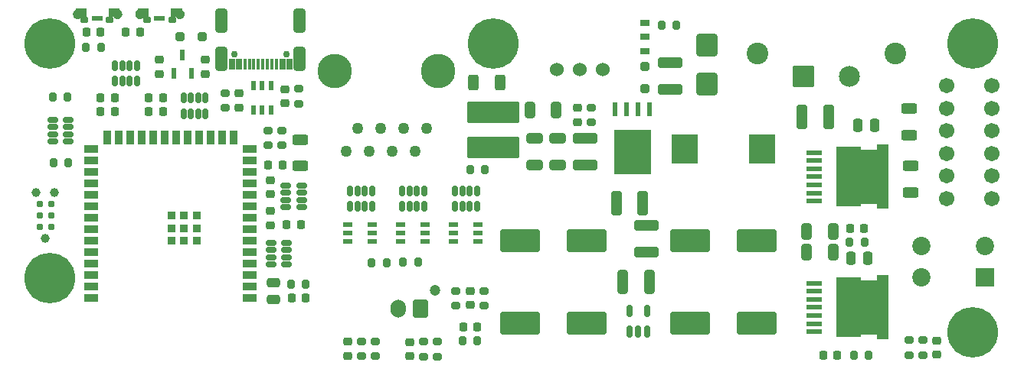
<source format=gbr>
%TF.GenerationSoftware,KiCad,Pcbnew,7.0.10*%
%TF.CreationDate,2025-02-04T14:48:45+01:00*%
%TF.ProjectId,BugWiperPCB,42756757-6970-4657-9250-43422e6b6963,rev?*%
%TF.SameCoordinates,Original*%
%TF.FileFunction,Soldermask,Top*%
%TF.FilePolarity,Negative*%
%FSLAX46Y46*%
G04 Gerber Fmt 4.6, Leading zero omitted, Abs format (unit mm)*
G04 Created by KiCad (PCBNEW 7.0.10) date 2025-02-04 14:48:45*
%MOMM*%
%LPD*%
G01*
G04 APERTURE LIST*
G04 Aperture macros list*
%AMRoundRect*
0 Rectangle with rounded corners*
0 $1 Rounding radius*
0 $2 $3 $4 $5 $6 $7 $8 $9 X,Y pos of 4 corners*
0 Add a 4 corners polygon primitive as box body*
4,1,4,$2,$3,$4,$5,$6,$7,$8,$9,$2,$3,0*
0 Add four circle primitives for the rounded corners*
1,1,$1+$1,$2,$3*
1,1,$1+$1,$4,$5*
1,1,$1+$1,$6,$7*
1,1,$1+$1,$8,$9*
0 Add four rect primitives between the rounded corners*
20,1,$1+$1,$2,$3,$4,$5,0*
20,1,$1+$1,$4,$5,$6,$7,0*
20,1,$1+$1,$6,$7,$8,$9,0*
20,1,$1+$1,$8,$9,$2,$3,0*%
G04 Aperture macros list end*
%ADD10C,0.010000*%
%ADD11RoundRect,0.225000X-0.225000X-0.250000X0.225000X-0.250000X0.225000X0.250000X-0.225000X0.250000X0*%
%ADD12RoundRect,0.225000X0.250000X-0.225000X0.250000X0.225000X-0.250000X0.225000X-0.250000X-0.225000X0*%
%ADD13RoundRect,0.200000X0.275000X-0.200000X0.275000X0.200000X-0.275000X0.200000X-0.275000X-0.200000X0*%
%ADD14RoundRect,0.200000X-0.200000X-0.275000X0.200000X-0.275000X0.200000X0.275000X-0.200000X0.275000X0*%
%ADD15RoundRect,0.200000X-0.275000X0.200000X-0.275000X-0.200000X0.275000X-0.200000X0.275000X0.200000X0*%
%ADD16R,1.003300X0.558800*%
%ADD17RoundRect,0.250000X-0.900000X1.000000X-0.900000X-1.000000X0.900000X-1.000000X0.900000X1.000000X0*%
%ADD18RoundRect,0.250000X-0.625000X0.312500X-0.625000X-0.312500X0.625000X-0.312500X0.625000X0.312500X0*%
%ADD19RoundRect,0.250000X-0.650000X0.325000X-0.650000X-0.325000X0.650000X-0.325000X0.650000X0.325000X0*%
%ADD20RoundRect,0.250000X-0.325000X-1.100000X0.325000X-1.100000X0.325000X1.100000X-0.325000X1.100000X0*%
%ADD21RoundRect,0.250000X-0.250000X-0.250000X0.250000X-0.250000X0.250000X0.250000X-0.250000X0.250000X0*%
%ADD22C,5.600000*%
%ADD23RoundRect,0.150000X0.150000X-0.512500X0.150000X0.512500X-0.150000X0.512500X-0.150000X-0.512500X0*%
%ADD24C,1.701800*%
%ADD25R,2.025000X2.025000*%
%ADD26C,2.025000*%
%ADD27RoundRect,0.200000X0.200000X0.275000X-0.200000X0.275000X-0.200000X-0.275000X0.200000X-0.275000X0*%
%ADD28RoundRect,0.225000X-0.250000X0.225000X-0.250000X-0.225000X0.250000X-0.225000X0.250000X0.225000X0*%
%ADD29RoundRect,0.250000X0.625000X-0.312500X0.625000X0.312500X-0.625000X0.312500X-0.625000X-0.312500X0*%
%ADD30RoundRect,0.102000X2.750000X-1.075000X2.750000X1.075000X-2.750000X1.075000X-2.750000X-1.075000X0*%
%ADD31RoundRect,0.225000X0.225000X0.250000X-0.225000X0.250000X-0.225000X-0.250000X0.225000X-0.250000X0*%
%ADD32RoundRect,0.250000X-0.312500X-1.075000X0.312500X-1.075000X0.312500X1.075000X-0.312500X1.075000X0*%
%ADD33RoundRect,0.250000X1.950000X1.000000X-1.950000X1.000000X-1.950000X-1.000000X1.950000X-1.000000X0*%
%ADD34C,0.990600*%
%ADD35C,0.787400*%
%ADD36R,1.500000X0.900000*%
%ADD37R,0.900000X1.500000*%
%ADD38R,0.900000X0.900000*%
%ADD39C,1.270000*%
%ADD40C,3.810000*%
%ADD41RoundRect,0.250000X0.250000X0.475000X-0.250000X0.475000X-0.250000X-0.475000X0.250000X-0.475000X0*%
%ADD42R,1.750000X0.500000*%
%ADD43RoundRect,0.250000X-1.100000X0.325000X-1.100000X-0.325000X1.100000X-0.325000X1.100000X0.325000X0*%
%ADD44RoundRect,0.250000X-0.325000X-0.650000X0.325000X-0.650000X0.325000X0.650000X-0.325000X0.650000X0*%
%ADD45RoundRect,0.250000X-0.312500X-0.625000X0.312500X-0.625000X0.312500X0.625000X-0.312500X0.625000X0*%
%ADD46R,0.558800X1.168400*%
%ADD47RoundRect,0.158500X-0.158500X0.443500X-0.158500X-0.443500X0.158500X-0.443500X0.158500X0.443500X0*%
%ADD48RoundRect,0.250000X1.100000X-0.325000X1.100000X0.325000X-1.100000X0.325000X-1.100000X-0.325000X0*%
%ADD49R,2.921000X3.251200*%
%ADD50C,0.750000*%
%ADD51RoundRect,0.050000X0.300000X0.550000X-0.300000X0.550000X-0.300000X-0.550000X0.300000X-0.550000X0*%
%ADD52RoundRect,0.050000X0.150000X0.575000X-0.150000X0.575000X-0.150000X-0.575000X0.150000X-0.575000X0*%
%ADD53O,1.204000X2.304000*%
%ADD54RoundRect,0.325000X-0.325000X1.025000X-0.325000X-1.025000X0.325000X-1.025000X0.325000X1.025000X0*%
%ADD55O,1.204000X2.004000*%
%ADD56R,0.558800X1.003300*%
%ADD57RoundRect,0.250000X0.475000X-0.250000X0.475000X0.250000X-0.475000X0.250000X-0.475000X-0.250000X0*%
%ADD58RoundRect,0.158500X0.158500X-0.443500X0.158500X0.443500X-0.158500X0.443500X-0.158500X-0.443500X0*%
%ADD59RoundRect,0.158500X0.443500X0.158500X-0.443500X0.158500X-0.443500X-0.158500X0.443500X-0.158500X0*%
%ADD60RoundRect,0.250000X0.325000X0.650000X-0.325000X0.650000X-0.325000X-0.650000X0.325000X-0.650000X0*%
%ADD61RoundRect,0.250000X-0.250000X0.250000X-0.250000X-0.250000X0.250000X-0.250000X0.250000X0.250000X0*%
%ADD62RoundRect,0.158500X-0.443500X-0.158500X0.443500X-0.158500X0.443500X0.158500X-0.443500X0.158500X0*%
%ADD63C,2.400000*%
%ADD64RoundRect,0.102000X1.050000X1.050000X-1.050000X1.050000X-1.050000X-1.050000X1.050000X-1.050000X0*%
%ADD65C,2.304000*%
%ADD66R,1.000000X0.800000*%
%ADD67C,3.600000*%
%ADD68C,1.200000*%
%ADD69RoundRect,0.250000X0.600000X0.750000X-0.600000X0.750000X-0.600000X-0.750000X0.600000X-0.750000X0*%
%ADD70O,1.700000X2.000000*%
%ADD71R,0.533400X1.524000*%
%ADD72R,4.114800X4.902200*%
%ADD73C,1.524000*%
%ADD74RoundRect,0.102000X0.300000X0.200000X-0.300000X0.200000X-0.300000X-0.200000X0.300000X-0.200000X0*%
%ADD75RoundRect,0.102000X0.500000X0.175000X-0.500000X0.175000X-0.500000X-0.175000X0.500000X-0.175000X0*%
%ADD76C,0.954000*%
%ADD77R,0.950000X0.640000*%
G04 APERTURE END LIST*
%TO.C,U2*%
G36*
X206730500Y-96768000D02*
G01*
X205480500Y-96768000D01*
X205480500Y-96218000D01*
X203630500Y-96218000D01*
X203630500Y-96518000D01*
X200930500Y-96518000D01*
X200930500Y-89918000D01*
X203630500Y-89918000D01*
X203630500Y-90218000D01*
X205480500Y-90218000D01*
X205480500Y-89668000D01*
X206730500Y-89668000D01*
X206730500Y-96768000D01*
G37*
%TO.C,U3*%
G36*
X206730500Y-82290000D02*
G01*
X205480500Y-82290000D01*
X205480500Y-81740000D01*
X203630500Y-81740000D01*
X203630500Y-82040000D01*
X200930500Y-82040000D01*
X200930500Y-75440000D01*
X203630500Y-75440000D01*
X203630500Y-75740000D01*
X205480500Y-75740000D01*
X205480500Y-75190000D01*
X206730500Y-75190000D01*
X206730500Y-82290000D01*
G37*
%TO.C,S1*%
D10*
X128536400Y-60259800D02*
X128550400Y-60266800D01*
X128567400Y-60274800D01*
X128583400Y-60283800D01*
X128598400Y-60293800D01*
X128614400Y-60304800D01*
X128629400Y-60315800D01*
X128643400Y-60326800D01*
X128657400Y-60338800D01*
X128671400Y-60351800D01*
X128684400Y-60364800D01*
X128696400Y-60378800D01*
X128708400Y-60392800D01*
X128719400Y-60407800D01*
X128730400Y-60422800D01*
X128740400Y-60438800D01*
X128750400Y-60453800D01*
X128759400Y-60470800D01*
X128767400Y-60486800D01*
X128774400Y-60503800D01*
X128781400Y-60521800D01*
X128787400Y-60538800D01*
X128793400Y-60556800D01*
X128798400Y-60574800D01*
X128802400Y-60592800D01*
X128805400Y-60610800D01*
X128808400Y-60628800D01*
X128810400Y-60647800D01*
X128811400Y-60665800D01*
X128811400Y-60684800D01*
X128811400Y-60704800D01*
X128808400Y-60744800D01*
X128801400Y-60784800D01*
X128791400Y-60824800D01*
X128778400Y-60862800D01*
X128761400Y-60900800D01*
X128741400Y-60935800D01*
X128719400Y-60969800D01*
X128693400Y-61001800D01*
X128665400Y-61031800D01*
X128634400Y-61058800D01*
X128602400Y-61082800D01*
X128567400Y-61103800D01*
X128530400Y-61122800D01*
X128493400Y-61137800D01*
X128454400Y-61149800D01*
X128414400Y-61157800D01*
X128373400Y-61162800D01*
X128332400Y-61164800D01*
X128292400Y-61162800D01*
X128251400Y-61157800D01*
X128211400Y-61148800D01*
X128172400Y-61136800D01*
X128135400Y-61120800D01*
X128098400Y-61102800D01*
X128064400Y-61080800D01*
X128031400Y-61055800D01*
X128001400Y-61028800D01*
X127973400Y-60998800D01*
X127948400Y-60966800D01*
X127926400Y-60934800D01*
X127386400Y-60934800D01*
X127386400Y-60094800D01*
X128536400Y-60094800D01*
X128536400Y-60259800D01*
G36*
X128536400Y-60259800D02*
G01*
X128550400Y-60266800D01*
X128567400Y-60274800D01*
X128583400Y-60283800D01*
X128598400Y-60293800D01*
X128614400Y-60304800D01*
X128629400Y-60315800D01*
X128643400Y-60326800D01*
X128657400Y-60338800D01*
X128671400Y-60351800D01*
X128684400Y-60364800D01*
X128696400Y-60378800D01*
X128708400Y-60392800D01*
X128719400Y-60407800D01*
X128730400Y-60422800D01*
X128740400Y-60438800D01*
X128750400Y-60453800D01*
X128759400Y-60470800D01*
X128767400Y-60486800D01*
X128774400Y-60503800D01*
X128781400Y-60521800D01*
X128787400Y-60538800D01*
X128793400Y-60556800D01*
X128798400Y-60574800D01*
X128802400Y-60592800D01*
X128805400Y-60610800D01*
X128808400Y-60628800D01*
X128810400Y-60647800D01*
X128811400Y-60665800D01*
X128811400Y-60684800D01*
X128811400Y-60704800D01*
X128808400Y-60744800D01*
X128801400Y-60784800D01*
X128791400Y-60824800D01*
X128778400Y-60862800D01*
X128761400Y-60900800D01*
X128741400Y-60935800D01*
X128719400Y-60969800D01*
X128693400Y-61001800D01*
X128665400Y-61031800D01*
X128634400Y-61058800D01*
X128602400Y-61082800D01*
X128567400Y-61103800D01*
X128530400Y-61122800D01*
X128493400Y-61137800D01*
X128454400Y-61149800D01*
X128414400Y-61157800D01*
X128373400Y-61162800D01*
X128332400Y-61164800D01*
X128292400Y-61162800D01*
X128251400Y-61157800D01*
X128211400Y-61148800D01*
X128172400Y-61136800D01*
X128135400Y-61120800D01*
X128098400Y-61102800D01*
X128064400Y-61080800D01*
X128031400Y-61055800D01*
X128001400Y-61028800D01*
X127973400Y-60998800D01*
X127948400Y-60966800D01*
X127926400Y-60934800D01*
X127386400Y-60934800D01*
X127386400Y-60094800D01*
X128536400Y-60094800D01*
X128536400Y-60259800D01*
G37*
X124886400Y-60934800D02*
X124341400Y-60934800D01*
X124318400Y-60970800D01*
X124292400Y-61001800D01*
X124264400Y-61031800D01*
X124234400Y-61058800D01*
X124201400Y-61083800D01*
X124167400Y-61104800D01*
X124130400Y-61123800D01*
X124093400Y-61138800D01*
X124054400Y-61150800D01*
X124014400Y-61158800D01*
X123973400Y-61164800D01*
X123933400Y-61165800D01*
X123892400Y-61163800D01*
X123852400Y-61158800D01*
X123812400Y-61149800D01*
X123773400Y-61137800D01*
X123735400Y-61121800D01*
X123699400Y-61103800D01*
X123665400Y-61081800D01*
X123632400Y-61056800D01*
X123602400Y-61029800D01*
X123574400Y-60999800D01*
X123549400Y-60967800D01*
X123527400Y-60933800D01*
X123508400Y-60897800D01*
X123492400Y-60859800D01*
X123479400Y-60821800D01*
X123469400Y-60781800D01*
X123463400Y-60741800D01*
X123461400Y-60704800D01*
X123462400Y-60682800D01*
X123463400Y-60664800D01*
X123465400Y-60645800D01*
X123468400Y-60627800D01*
X123471400Y-60610800D01*
X123475400Y-60592800D01*
X123479400Y-60574800D01*
X123484400Y-60557800D01*
X123490400Y-60539800D01*
X123497400Y-60522800D01*
X123504400Y-60505800D01*
X123511400Y-60489800D01*
X123520400Y-60473800D01*
X123528400Y-60457800D01*
X123538400Y-60441800D01*
X123548400Y-60426800D01*
X123558400Y-60411800D01*
X123569400Y-60396800D01*
X123581400Y-60382800D01*
X123593400Y-60368800D01*
X123605400Y-60355800D01*
X123618400Y-60342800D01*
X123632400Y-60330800D01*
X123646400Y-60318800D01*
X123660400Y-60307800D01*
X123675400Y-60296800D01*
X123690400Y-60286800D01*
X123705400Y-60276800D01*
X123721400Y-60267800D01*
X123736400Y-60259800D01*
X123736400Y-60094800D01*
X124886400Y-60094800D01*
X124886400Y-60934800D01*
G36*
X124886400Y-60934800D02*
G01*
X124341400Y-60934800D01*
X124318400Y-60970800D01*
X124292400Y-61001800D01*
X124264400Y-61031800D01*
X124234400Y-61058800D01*
X124201400Y-61083800D01*
X124167400Y-61104800D01*
X124130400Y-61123800D01*
X124093400Y-61138800D01*
X124054400Y-61150800D01*
X124014400Y-61158800D01*
X123973400Y-61164800D01*
X123933400Y-61165800D01*
X123892400Y-61163800D01*
X123852400Y-61158800D01*
X123812400Y-61149800D01*
X123773400Y-61137800D01*
X123735400Y-61121800D01*
X123699400Y-61103800D01*
X123665400Y-61081800D01*
X123632400Y-61056800D01*
X123602400Y-61029800D01*
X123574400Y-60999800D01*
X123549400Y-60967800D01*
X123527400Y-60933800D01*
X123508400Y-60897800D01*
X123492400Y-60859800D01*
X123479400Y-60821800D01*
X123469400Y-60781800D01*
X123463400Y-60741800D01*
X123461400Y-60704800D01*
X123462400Y-60682800D01*
X123463400Y-60664800D01*
X123465400Y-60645800D01*
X123468400Y-60627800D01*
X123471400Y-60610800D01*
X123475400Y-60592800D01*
X123479400Y-60574800D01*
X123484400Y-60557800D01*
X123490400Y-60539800D01*
X123497400Y-60522800D01*
X123504400Y-60505800D01*
X123511400Y-60489800D01*
X123520400Y-60473800D01*
X123528400Y-60457800D01*
X123538400Y-60441800D01*
X123548400Y-60426800D01*
X123558400Y-60411800D01*
X123569400Y-60396800D01*
X123581400Y-60382800D01*
X123593400Y-60368800D01*
X123605400Y-60355800D01*
X123618400Y-60342800D01*
X123632400Y-60330800D01*
X123646400Y-60318800D01*
X123660400Y-60307800D01*
X123675400Y-60296800D01*
X123690400Y-60286800D01*
X123705400Y-60276800D01*
X123721400Y-60267800D01*
X123736400Y-60259800D01*
X123736400Y-60094800D01*
X124886400Y-60094800D01*
X124886400Y-60934800D01*
G37*
%TO.C,S2*%
X121653000Y-60259800D02*
X121667000Y-60266800D01*
X121684000Y-60274800D01*
X121700000Y-60283800D01*
X121715000Y-60293800D01*
X121731000Y-60304800D01*
X121746000Y-60315800D01*
X121760000Y-60326800D01*
X121774000Y-60338800D01*
X121788000Y-60351800D01*
X121801000Y-60364800D01*
X121813000Y-60378800D01*
X121825000Y-60392800D01*
X121836000Y-60407800D01*
X121847000Y-60422800D01*
X121857000Y-60438800D01*
X121867000Y-60453800D01*
X121876000Y-60470800D01*
X121884000Y-60486800D01*
X121891000Y-60503800D01*
X121898000Y-60521800D01*
X121904000Y-60538800D01*
X121910000Y-60556800D01*
X121915000Y-60574800D01*
X121919000Y-60592800D01*
X121922000Y-60610800D01*
X121925000Y-60628800D01*
X121927000Y-60647800D01*
X121928000Y-60665800D01*
X121928000Y-60684800D01*
X121928000Y-60704800D01*
X121925000Y-60744800D01*
X121918000Y-60784800D01*
X121908000Y-60824800D01*
X121895000Y-60862800D01*
X121878000Y-60900800D01*
X121858000Y-60935800D01*
X121836000Y-60969800D01*
X121810000Y-61001800D01*
X121782000Y-61031800D01*
X121751000Y-61058800D01*
X121719000Y-61082800D01*
X121684000Y-61103800D01*
X121647000Y-61122800D01*
X121610000Y-61137800D01*
X121571000Y-61149800D01*
X121531000Y-61157800D01*
X121490000Y-61162800D01*
X121449000Y-61164800D01*
X121409000Y-61162800D01*
X121368000Y-61157800D01*
X121328000Y-61148800D01*
X121289000Y-61136800D01*
X121252000Y-61120800D01*
X121215000Y-61102800D01*
X121181000Y-61080800D01*
X121148000Y-61055800D01*
X121118000Y-61028800D01*
X121090000Y-60998800D01*
X121065000Y-60966800D01*
X121043000Y-60934800D01*
X120503000Y-60934800D01*
X120503000Y-60094800D01*
X121653000Y-60094800D01*
X121653000Y-60259800D01*
G36*
X121653000Y-60259800D02*
G01*
X121667000Y-60266800D01*
X121684000Y-60274800D01*
X121700000Y-60283800D01*
X121715000Y-60293800D01*
X121731000Y-60304800D01*
X121746000Y-60315800D01*
X121760000Y-60326800D01*
X121774000Y-60338800D01*
X121788000Y-60351800D01*
X121801000Y-60364800D01*
X121813000Y-60378800D01*
X121825000Y-60392800D01*
X121836000Y-60407800D01*
X121847000Y-60422800D01*
X121857000Y-60438800D01*
X121867000Y-60453800D01*
X121876000Y-60470800D01*
X121884000Y-60486800D01*
X121891000Y-60503800D01*
X121898000Y-60521800D01*
X121904000Y-60538800D01*
X121910000Y-60556800D01*
X121915000Y-60574800D01*
X121919000Y-60592800D01*
X121922000Y-60610800D01*
X121925000Y-60628800D01*
X121927000Y-60647800D01*
X121928000Y-60665800D01*
X121928000Y-60684800D01*
X121928000Y-60704800D01*
X121925000Y-60744800D01*
X121918000Y-60784800D01*
X121908000Y-60824800D01*
X121895000Y-60862800D01*
X121878000Y-60900800D01*
X121858000Y-60935800D01*
X121836000Y-60969800D01*
X121810000Y-61001800D01*
X121782000Y-61031800D01*
X121751000Y-61058800D01*
X121719000Y-61082800D01*
X121684000Y-61103800D01*
X121647000Y-61122800D01*
X121610000Y-61137800D01*
X121571000Y-61149800D01*
X121531000Y-61157800D01*
X121490000Y-61162800D01*
X121449000Y-61164800D01*
X121409000Y-61162800D01*
X121368000Y-61157800D01*
X121328000Y-61148800D01*
X121289000Y-61136800D01*
X121252000Y-61120800D01*
X121215000Y-61102800D01*
X121181000Y-61080800D01*
X121148000Y-61055800D01*
X121118000Y-61028800D01*
X121090000Y-60998800D01*
X121065000Y-60966800D01*
X121043000Y-60934800D01*
X120503000Y-60934800D01*
X120503000Y-60094800D01*
X121653000Y-60094800D01*
X121653000Y-60259800D01*
G37*
X118003000Y-60934800D02*
X117458000Y-60934800D01*
X117435000Y-60970800D01*
X117409000Y-61001800D01*
X117381000Y-61031800D01*
X117351000Y-61058800D01*
X117318000Y-61083800D01*
X117284000Y-61104800D01*
X117247000Y-61123800D01*
X117210000Y-61138800D01*
X117171000Y-61150800D01*
X117131000Y-61158800D01*
X117090000Y-61164800D01*
X117050000Y-61165800D01*
X117009000Y-61163800D01*
X116969000Y-61158800D01*
X116929000Y-61149800D01*
X116890000Y-61137800D01*
X116852000Y-61121800D01*
X116816000Y-61103800D01*
X116782000Y-61081800D01*
X116749000Y-61056800D01*
X116719000Y-61029800D01*
X116691000Y-60999800D01*
X116666000Y-60967800D01*
X116644000Y-60933800D01*
X116625000Y-60897800D01*
X116609000Y-60859800D01*
X116596000Y-60821800D01*
X116586000Y-60781800D01*
X116580000Y-60741800D01*
X116578000Y-60704800D01*
X116579000Y-60682800D01*
X116580000Y-60664800D01*
X116582000Y-60645800D01*
X116585000Y-60627800D01*
X116588000Y-60610800D01*
X116592000Y-60592800D01*
X116596000Y-60574800D01*
X116601000Y-60557800D01*
X116607000Y-60539800D01*
X116614000Y-60522800D01*
X116621000Y-60505800D01*
X116628000Y-60489800D01*
X116637000Y-60473800D01*
X116645000Y-60457800D01*
X116655000Y-60441800D01*
X116665000Y-60426800D01*
X116675000Y-60411800D01*
X116686000Y-60396800D01*
X116698000Y-60382800D01*
X116710000Y-60368800D01*
X116722000Y-60355800D01*
X116735000Y-60342800D01*
X116749000Y-60330800D01*
X116763000Y-60318800D01*
X116777000Y-60307800D01*
X116792000Y-60296800D01*
X116807000Y-60286800D01*
X116822000Y-60276800D01*
X116838000Y-60267800D01*
X116853000Y-60259800D01*
X116853000Y-60094800D01*
X118003000Y-60094800D01*
X118003000Y-60934800D01*
G36*
X118003000Y-60934800D02*
G01*
X117458000Y-60934800D01*
X117435000Y-60970800D01*
X117409000Y-61001800D01*
X117381000Y-61031800D01*
X117351000Y-61058800D01*
X117318000Y-61083800D01*
X117284000Y-61104800D01*
X117247000Y-61123800D01*
X117210000Y-61138800D01*
X117171000Y-61150800D01*
X117131000Y-61158800D01*
X117090000Y-61164800D01*
X117050000Y-61165800D01*
X117009000Y-61163800D01*
X116969000Y-61158800D01*
X116929000Y-61149800D01*
X116890000Y-61137800D01*
X116852000Y-61121800D01*
X116816000Y-61103800D01*
X116782000Y-61081800D01*
X116749000Y-61056800D01*
X116719000Y-61029800D01*
X116691000Y-60999800D01*
X116666000Y-60967800D01*
X116644000Y-60933800D01*
X116625000Y-60897800D01*
X116609000Y-60859800D01*
X116596000Y-60821800D01*
X116586000Y-60781800D01*
X116580000Y-60741800D01*
X116578000Y-60704800D01*
X116579000Y-60682800D01*
X116580000Y-60664800D01*
X116582000Y-60645800D01*
X116585000Y-60627800D01*
X116588000Y-60610800D01*
X116592000Y-60592800D01*
X116596000Y-60574800D01*
X116601000Y-60557800D01*
X116607000Y-60539800D01*
X116614000Y-60522800D01*
X116621000Y-60505800D01*
X116628000Y-60489800D01*
X116637000Y-60473800D01*
X116645000Y-60457800D01*
X116655000Y-60441800D01*
X116665000Y-60426800D01*
X116675000Y-60411800D01*
X116686000Y-60396800D01*
X116698000Y-60382800D01*
X116710000Y-60368800D01*
X116722000Y-60355800D01*
X116735000Y-60342800D01*
X116749000Y-60330800D01*
X116763000Y-60318800D01*
X116777000Y-60307800D01*
X116792000Y-60296800D01*
X116807000Y-60286800D01*
X116822000Y-60276800D01*
X116838000Y-60267800D01*
X116853000Y-60259800D01*
X116853000Y-60094800D01*
X118003000Y-60094800D01*
X118003000Y-60934800D01*
G37*
%TD*%
D11*
%TO.C,C22*%
X159689200Y-95402400D03*
X161239200Y-95402400D03*
%TD*%
D12*
%TO.C,C11*%
X153771600Y-98615800D03*
X153771600Y-97065800D03*
%TD*%
D13*
%TO.C,R12*%
X149987000Y-98627200D03*
X149987000Y-96977200D03*
%TD*%
D14*
%TO.C,R15*%
X149593800Y-88239600D03*
X151243800Y-88239600D03*
%TD*%
D15*
%TO.C,R21*%
X173837600Y-71057000D03*
X173837600Y-72707000D03*
%TD*%
D16*
%TO.C,CR1*%
X146919151Y-84038399D03*
X146919151Y-84988400D03*
X146919151Y-85938401D03*
X149624251Y-85938401D03*
X149624251Y-84988400D03*
X149624251Y-84038399D03*
%TD*%
D17*
%TO.C,D3*%
X186690000Y-64144000D03*
X186690000Y-68444000D03*
%TD*%
D18*
%TO.C,F1*%
X141732000Y-74610500D03*
X141732000Y-77535500D03*
%TD*%
D19*
%TO.C,C24*%
X167640000Y-74471000D03*
X167640000Y-77421000D03*
%TD*%
D20*
%TO.C,C15*%
X197153000Y-72136000D03*
X200103000Y-72136000D03*
%TD*%
D12*
%TO.C,C13*%
X160464000Y-92964800D03*
X160464000Y-91414800D03*
%TD*%
D21*
%TO.C,D1*%
X128391600Y-63246000D03*
X130891600Y-63246000D03*
%TD*%
D11*
%TO.C,C4*%
X118046200Y-62738000D03*
X119596200Y-62738000D03*
%TD*%
D22*
%TO.C,H2*%
X163000000Y-64000000D03*
%TD*%
D11*
%TO.C,C33*%
X124955000Y-71475600D03*
X126505000Y-71475600D03*
%TD*%
%TO.C,C8*%
X202475000Y-84455000D03*
X204025000Y-84455000D03*
%TD*%
D23*
%TO.C,U4*%
X178120000Y-95879500D03*
X179070000Y-95879500D03*
X180020000Y-95879500D03*
X180020000Y-93604500D03*
X178120000Y-93604500D03*
%TD*%
D24*
%TO.C,J2*%
X213170001Y-81141601D03*
X218170001Y-81141601D03*
X213170001Y-78641601D03*
X218170001Y-78641601D03*
X213170001Y-76141600D03*
X218170001Y-76141600D03*
X213170001Y-73641600D03*
X218170001Y-73641600D03*
X213170001Y-71141600D03*
X218170001Y-71141600D03*
X213170001Y-68641600D03*
X218170001Y-68641600D03*
%TD*%
D25*
%TO.C,J6*%
X217346000Y-89888000D03*
D26*
X210346000Y-89888000D03*
X217346000Y-86388000D03*
X210346000Y-86388000D03*
%TD*%
D27*
%TO.C,R14*%
X154698200Y-88188800D03*
X153048200Y-88188800D03*
%TD*%
D28*
%TO.C,C37*%
X138430000Y-82537000D03*
X138430000Y-84087000D03*
%TD*%
D13*
%TO.C,R19*%
X158877000Y-93014800D03*
X158877000Y-91364800D03*
%TD*%
D29*
%TO.C,F3*%
X209042000Y-74106500D03*
X209042000Y-71181500D03*
%TD*%
D30*
%TO.C,L2*%
X163068000Y-75458000D03*
X163068000Y-71608000D03*
%TD*%
D31*
%TO.C,C3*%
X123965000Y-62738000D03*
X122415000Y-62738000D03*
%TD*%
D14*
%TO.C,R7*%
X202883000Y-98552000D03*
X204533000Y-98552000D03*
%TD*%
D15*
%TO.C,R3*%
X133430200Y-69461600D03*
X133430200Y-71111600D03*
%TD*%
%TO.C,R2*%
X141558200Y-68975000D03*
X141558200Y-70625000D03*
%TD*%
D32*
%TO.C,R25*%
X177353500Y-90424000D03*
X180278500Y-90424000D03*
%TD*%
D33*
%TO.C,C20*%
X192168000Y-94996000D03*
X184768000Y-94996000D03*
%TD*%
D15*
%TO.C,R10*%
X155295600Y-97015800D03*
X155295600Y-98665800D03*
%TD*%
D34*
%TO.C,J5*%
X113538000Y-85540000D03*
X112522000Y-80460000D03*
X114554000Y-80460000D03*
D35*
X114173000Y-84270000D03*
X112903000Y-84270000D03*
X114173000Y-83000000D03*
X112903000Y-83000000D03*
X114173000Y-81730000D03*
X112903000Y-81730000D03*
%TD*%
D36*
%TO.C,U1*%
X136101200Y-92172000D03*
X136101200Y-90902000D03*
X136101200Y-89632000D03*
X136101200Y-88362000D03*
X136101200Y-87092000D03*
X136101200Y-85822000D03*
X136101200Y-84552000D03*
X136101200Y-83282000D03*
X136101200Y-82012000D03*
X136101200Y-80742000D03*
X136101200Y-79472000D03*
X136101200Y-78202000D03*
X136101200Y-76932000D03*
X136101200Y-75662000D03*
D37*
X134336200Y-74412000D03*
X133066200Y-74412000D03*
X131796200Y-74412000D03*
X130526200Y-74412000D03*
X129256200Y-74412000D03*
X127986200Y-74412000D03*
X126716200Y-74412000D03*
X125446200Y-74412000D03*
X124176200Y-74412000D03*
X122906200Y-74412000D03*
X121636200Y-74412000D03*
X120366200Y-74412000D03*
D36*
X118601200Y-75662000D03*
X118601200Y-76932000D03*
X118601200Y-78202000D03*
X118601200Y-79472000D03*
X118601200Y-80742000D03*
X118601200Y-82012000D03*
X118601200Y-83282000D03*
X118601200Y-84552000D03*
X118601200Y-85822000D03*
X118601200Y-87092000D03*
X118601200Y-88362000D03*
X118601200Y-89632000D03*
X118601200Y-90902000D03*
X118601200Y-92172000D03*
D38*
X130251200Y-85852000D03*
X130251200Y-84452000D03*
X130251200Y-83052000D03*
X130251200Y-83052000D03*
X128851200Y-85852000D03*
X128851200Y-85852000D03*
X128851200Y-84452000D03*
X128851200Y-83052000D03*
X127451200Y-85852000D03*
X127451200Y-84452000D03*
X127451200Y-83052000D03*
%TD*%
D39*
%TO.C,J4*%
X155702000Y-73380700D03*
X154432000Y-75920700D03*
X153162000Y-73380700D03*
X151892000Y-75920700D03*
X150622000Y-73380700D03*
X149352000Y-75920700D03*
X148082000Y-73380700D03*
X146812000Y-75920700D03*
D40*
X156972000Y-67030700D03*
X145542000Y-67030700D03*
%TD*%
D14*
%TO.C,R22*%
X114338600Y-69900800D03*
X115988600Y-69900800D03*
%TD*%
D16*
%TO.C,CR3*%
X152793300Y-84038399D03*
X152793300Y-84988400D03*
X152793300Y-85938401D03*
X155498400Y-85938401D03*
X155498400Y-84988400D03*
X155498400Y-84038399D03*
%TD*%
D41*
%TO.C,C9*%
X205200000Y-73050400D03*
X203300000Y-73050400D03*
%TD*%
D15*
%TO.C,R11*%
X148463000Y-96977200D03*
X148463000Y-98627200D03*
%TD*%
D14*
%TO.C,R18*%
X114389400Y-77216000D03*
X116039400Y-77216000D03*
%TD*%
D31*
%TO.C,C31*%
X142275000Y-92138200D03*
X140725000Y-92138200D03*
%TD*%
D22*
%TO.C,H3*%
X216000000Y-64000000D03*
%TD*%
D31*
%TO.C,C39*%
X139713000Y-77470000D03*
X138163000Y-77470000D03*
%TD*%
D42*
%TO.C,U2*%
X198505500Y-90518000D03*
X198505500Y-91418000D03*
X198505500Y-92318000D03*
X198505500Y-93218000D03*
X198505500Y-94118000D03*
X198505500Y-95018000D03*
X198505500Y-95918000D03*
%TD*%
D33*
%TO.C,C28*%
X173372000Y-94996000D03*
X165972000Y-94996000D03*
%TD*%
D16*
%TO.C,CR2*%
X158667450Y-84038399D03*
X158667450Y-84988400D03*
X158667450Y-85938401D03*
X161372550Y-85938401D03*
X161372550Y-84988400D03*
X161372550Y-84038399D03*
%TD*%
D15*
%TO.C,TH1*%
X209042000Y-96838000D03*
X209042000Y-98488000D03*
%TD*%
D31*
%TO.C,C35*%
X121171000Y-69951600D03*
X119621000Y-69951600D03*
%TD*%
D43*
%TO.C,C21*%
X182626000Y-66089000D03*
X182626000Y-69039000D03*
%TD*%
D28*
%TO.C,C14*%
X172313600Y-71107000D03*
X172313600Y-72657000D03*
%TD*%
D14*
%TO.C,R6*%
X117996200Y-64363600D03*
X119646200Y-64363600D03*
%TD*%
D19*
%TO.C,C25*%
X170180000Y-74471000D03*
X170180000Y-77421000D03*
%TD*%
D44*
%TO.C,C7*%
X197661000Y-84785200D03*
X200611000Y-84785200D03*
%TD*%
D42*
%TO.C,U3*%
X198505500Y-76040000D03*
X198505500Y-76940000D03*
X198505500Y-77840000D03*
X198505500Y-78740000D03*
X198505500Y-79640000D03*
X198505500Y-80540000D03*
X198505500Y-81440000D03*
%TD*%
D45*
%TO.C,F4*%
X160843500Y-68326000D03*
X163768500Y-68326000D03*
%TD*%
D46*
%TO.C,U7*%
X127718901Y-67310000D03*
X129633899Y-67310000D03*
X128676400Y-65278000D03*
%TD*%
D22*
%TO.C,H4*%
X114000000Y-90000000D03*
%TD*%
D11*
%TO.C,C6*%
X199478600Y-98552000D03*
X201028600Y-98552000D03*
%TD*%
%TO.C,C32*%
X124955000Y-69951600D03*
X126505000Y-69951600D03*
%TD*%
D14*
%TO.C,R38*%
X140675000Y-90627200D03*
X142325000Y-90627200D03*
%TD*%
D47*
%TO.C,RN3*%
X155378000Y-80323400D03*
X154578000Y-80323400D03*
X153778000Y-80323400D03*
X152978000Y-80323400D03*
X152978000Y-82033400D03*
X153778000Y-82033400D03*
X154578000Y-82033400D03*
X155378000Y-82033400D03*
%TD*%
D48*
%TO.C,C23*%
X179959000Y-87073000D03*
X179959000Y-84123000D03*
%TD*%
D49*
%TO.C,L1*%
X192747900Y-75692000D03*
X184188100Y-75692000D03*
%TD*%
D27*
%TO.C,R16*%
X183298600Y-61925200D03*
X181648600Y-61925200D03*
%TD*%
D50*
%TO.C,J1*%
X140206400Y-65152800D03*
X134426400Y-65152800D03*
D51*
X140516400Y-66242800D03*
X139716400Y-66232800D03*
D52*
X138566400Y-66217800D03*
X137566400Y-66217800D03*
X137066400Y-66217800D03*
X136066400Y-66217800D03*
D51*
X134116400Y-66232800D03*
X134916400Y-66232800D03*
D52*
X135566400Y-66217800D03*
X136566400Y-66217800D03*
X138066400Y-66217800D03*
X139066400Y-66217800D03*
D53*
X141636400Y-65652800D03*
D54*
X141636400Y-65652800D03*
D53*
X132996400Y-65652800D03*
D54*
X132996400Y-65652800D03*
D55*
X141636400Y-61472800D03*
D54*
X141636400Y-61472800D03*
D55*
X132996400Y-61472800D03*
D54*
X132996400Y-61472800D03*
%TD*%
D56*
%TO.C,CR4*%
X138450001Y-68647450D03*
X137500000Y-68647450D03*
X136549999Y-68647450D03*
X136549999Y-71352550D03*
X137500000Y-71352550D03*
X138450001Y-71352550D03*
%TD*%
D57*
%TO.C,C40*%
X138750000Y-92339200D03*
X138750000Y-90439200D03*
%TD*%
D58*
%TO.C,RN1*%
X128797200Y-71721000D03*
X129597200Y-71721000D03*
X130397200Y-71721000D03*
X131197200Y-71721000D03*
X131197200Y-70011000D03*
X130397200Y-70011000D03*
X129597200Y-70011000D03*
X128797200Y-70011000D03*
%TD*%
D28*
%TO.C,C1*%
X134953150Y-69511600D03*
X134953150Y-71061600D03*
%TD*%
D15*
%TO.C,R4*%
X138176000Y-73597000D03*
X138176000Y-75247000D03*
%TD*%
D31*
%TO.C,C34*%
X121171000Y-71475600D03*
X119621000Y-71475600D03*
%TD*%
D59*
%TO.C,RN8*%
X116069400Y-74809200D03*
X116069400Y-74009200D03*
X116069400Y-73209200D03*
X116069400Y-72409200D03*
X114359400Y-72409200D03*
X114359400Y-73209200D03*
X114359400Y-74009200D03*
X114359400Y-74809200D03*
%TD*%
D12*
%TO.C,C38*%
X138430000Y-80658000D03*
X138430000Y-79108000D03*
%TD*%
D41*
%TO.C,C5*%
X204450000Y-87750000D03*
X202550000Y-87750000D03*
%TD*%
D47*
%TO.C,RN6*%
X149637600Y-80323400D03*
X148837600Y-80323400D03*
X148037600Y-80323400D03*
X147237600Y-80323400D03*
X147237600Y-82033400D03*
X148037600Y-82033400D03*
X148837600Y-82033400D03*
X149637600Y-82033400D03*
%TD*%
D27*
%TO.C,R8*%
X204075000Y-85979000D03*
X202425000Y-85979000D03*
%TD*%
D60*
%TO.C,C26*%
X170004000Y-71374000D03*
X167054000Y-71374000D03*
%TD*%
D47*
%TO.C,RN7*%
X161220000Y-80323400D03*
X160420000Y-80323400D03*
X159620000Y-80323400D03*
X158820000Y-80323400D03*
X158820000Y-82033400D03*
X159620000Y-82033400D03*
X160420000Y-82033400D03*
X161220000Y-82033400D03*
%TD*%
D61*
%TO.C,D2*%
X179832000Y-66500000D03*
X179832000Y-69000000D03*
%TD*%
D12*
%TO.C,C29*%
X131216400Y-67323000D03*
X131216400Y-65773000D03*
%TD*%
D15*
%TO.C,R20*%
X162052000Y-91364800D03*
X162052000Y-93014800D03*
%TD*%
D62*
%TO.C,RN2*%
X138492200Y-86049000D03*
X138492200Y-86849000D03*
X138492200Y-87649000D03*
X138492200Y-88449000D03*
X140202200Y-88449000D03*
X140202200Y-87649000D03*
X140202200Y-86849000D03*
X140202200Y-86049000D03*
%TD*%
D15*
%TO.C,R5*%
X139700000Y-73597000D03*
X139700000Y-75247000D03*
%TD*%
D47*
%TO.C,RN4*%
X123628000Y-66404200D03*
X122828000Y-66404200D03*
X122028000Y-66404200D03*
X121228000Y-66404200D03*
X121228000Y-68114200D03*
X122028000Y-68114200D03*
X122828000Y-68114200D03*
X123628000Y-68114200D03*
%TD*%
D28*
%TO.C,C30*%
X126136400Y-65773000D03*
X126136400Y-67323000D03*
%TD*%
D11*
%TO.C,C36*%
X140195000Y-84074000D03*
X141745000Y-84074000D03*
%TD*%
D63*
%TO.C,J3*%
X207513000Y-65091500D03*
X192273000Y-65091500D03*
D64*
X197353000Y-67591500D03*
D65*
X202433000Y-67591500D03*
%TD*%
D27*
%TO.C,R13*%
X161289200Y-96926400D03*
X159639200Y-96926400D03*
%TD*%
D44*
%TO.C,C10*%
X197661000Y-87122000D03*
X200611000Y-87122000D03*
%TD*%
D48*
%TO.C,C17*%
X173228000Y-77421000D03*
X173228000Y-74471000D03*
%TD*%
D33*
%TO.C,C19*%
X192168000Y-85852000D03*
X184768000Y-85852000D03*
%TD*%
D29*
%TO.C,F2*%
X209143600Y-80462500D03*
X209143600Y-77537500D03*
%TD*%
D66*
%TO.C,JP1*%
X179832000Y-61650000D03*
X179832000Y-63250000D03*
X179832000Y-64850000D03*
%TD*%
D33*
%TO.C,C18*%
X173372000Y-85852000D03*
X165972000Y-85852000D03*
%TD*%
D13*
%TO.C,R9*%
X156819600Y-98665800D03*
X156819600Y-97015800D03*
%TD*%
D67*
%TO.C,H5*%
X216000000Y-96000000D03*
D22*
X216000000Y-96000000D03*
%TD*%
D68*
%TO.C,J7*%
X156590800Y-91319600D03*
D69*
X154990800Y-93319600D03*
D70*
X152490800Y-93319600D03*
%TD*%
D71*
%TO.C,Q1*%
X180340000Y-71221600D03*
X179070000Y-71221600D03*
X177800000Y-71221600D03*
X176530000Y-71221600D03*
D72*
X178435000Y-75958700D03*
%TD*%
D27*
%TO.C,R17*%
X162115000Y-77978000D03*
X160465000Y-77978000D03*
%TD*%
D59*
%TO.C,RN5*%
X141825000Y-82099000D03*
X141825000Y-81299000D03*
X141825000Y-80499000D03*
X141825000Y-79699000D03*
X140115000Y-79699000D03*
X140115000Y-80499000D03*
X140115000Y-81299000D03*
X140115000Y-82099000D03*
%TD*%
D12*
%TO.C,C2*%
X140033150Y-70575000D03*
X140033150Y-69025000D03*
%TD*%
%TO.C,C12*%
X146939000Y-98577200D03*
X146939000Y-97027200D03*
%TD*%
D73*
%TO.C,U6*%
X170078400Y-66827400D03*
X172618400Y-66827400D03*
X175158400Y-66827400D03*
%TD*%
D28*
%TO.C,C27*%
X212090000Y-96901000D03*
X212090000Y-98451000D03*
%TD*%
D15*
%TO.C,R27*%
X210566000Y-96851000D03*
X210566000Y-98501000D03*
%TD*%
D74*
%TO.C,S1*%
X124736400Y-61334800D03*
X127536400Y-61334800D03*
D75*
X126136400Y-61219800D03*
D76*
X128336400Y-60694800D03*
D77*
X127961400Y-60514800D03*
X124304400Y-60513800D03*
D76*
X123936400Y-60694800D03*
%TD*%
D20*
%TO.C,C16*%
X176628000Y-81661000D03*
X179578000Y-81661000D03*
%TD*%
D22*
%TO.C,H1*%
X114000000Y-64000000D03*
%TD*%
D74*
%TO.C,S2*%
X117853000Y-61334800D03*
X120653000Y-61334800D03*
D75*
X119253000Y-61219800D03*
D76*
X121453000Y-60694800D03*
D77*
X121078000Y-60514800D03*
X117421000Y-60513800D03*
D76*
X117053000Y-60694800D03*
%TD*%
M02*

</source>
